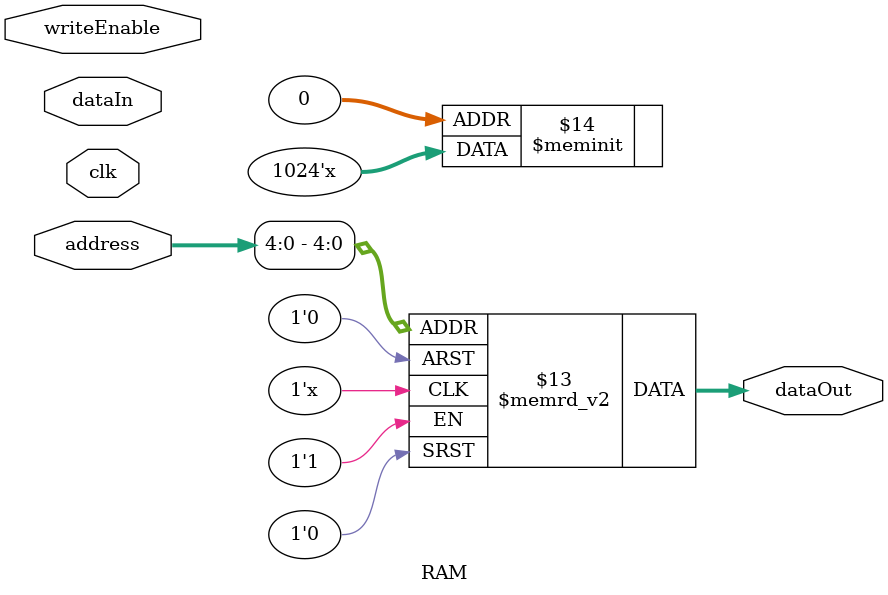
<source format=v>
module RAM(dataIn, dataOut, address, writeEnable, clk);

	input [31:0] dataIn;
	output [31:0] dataOut;
	input [31:0] address;
	input writeEnable, clk;
	
	reg [31:0] dataOut;
	reg [31:0] memory [31:0];
	
	always @(*) begin
		if(writeEnable)
			memory[address] <= dataIn;
		dataOut <= memory[address];
	end

endmodule

</source>
